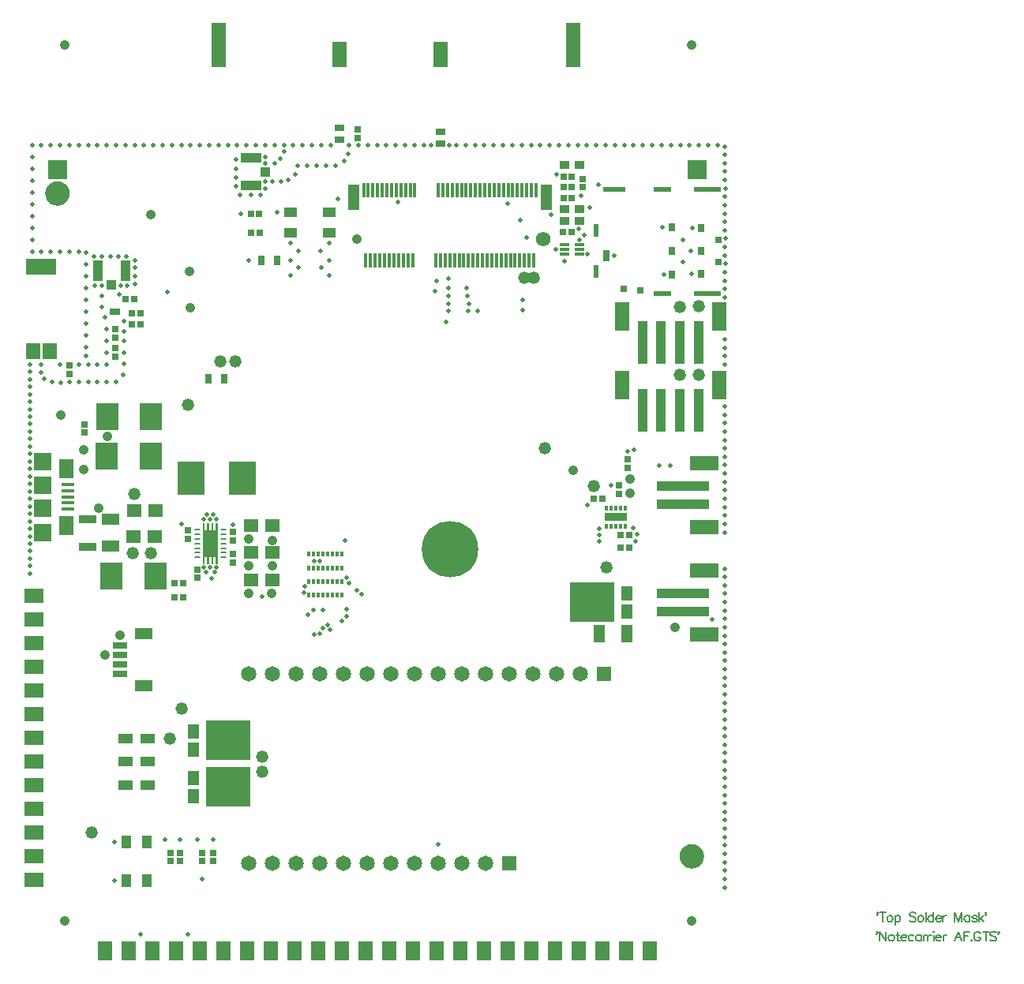
<source format=gts>
G04*
G04 #@! TF.GenerationSoftware,Altium Limited,Altium Designer,20.2.4 (192)*
G04*
G04 Layer_Color=3931*
%FSLAX25Y25*%
%MOIN*%
G70*
G04*
G04 #@! TF.SameCoordinates,7296403A-AE54-4680-90C6-F2F837FCC291*
G04*
G04*
G04 #@! TF.FilePolarity,Negative*
G04*
G01*
G75*
%ADD11C,0.00591*%
G04:AMPARAMS|DCode=17|XSize=9.45mil|YSize=23.62mil|CornerRadius=4.72mil|HoleSize=0mil|Usage=FLASHONLY|Rotation=90.000|XOffset=0mil|YOffset=0mil|HoleType=Round|Shape=RoundedRectangle|*
%AMROUNDEDRECTD17*
21,1,0.00945,0.01417,0,0,90.0*
21,1,0.00000,0.02362,0,0,90.0*
1,1,0.00945,0.00709,0.00000*
1,1,0.00945,0.00709,0.00000*
1,1,0.00945,-0.00709,0.00000*
1,1,0.00945,-0.00709,0.00000*
%
%ADD17ROUNDEDRECTD17*%
%ADD65R,0.04134X0.02559*%
%ADD66R,0.06221X0.11221*%
%ADD67R,0.04334X0.05712*%
%ADD68R,0.02641X0.02641*%
%ADD69R,0.02641X0.02641*%
%ADD70C,0.05598*%
%ADD71R,0.06200X0.05200*%
%ADD72R,0.09255X0.11224*%
%ADD73R,0.11814X0.13979*%
%ADD74R,0.18507X0.16539*%
%ADD75R,0.04728X0.05909*%
%ADD76R,0.04924X0.11027*%
%ADD77R,0.01381X0.06302*%
%ADD78R,0.06499X0.04137*%
%ADD79R,0.07287X0.04924*%
%ADD80R,0.06302X0.02562*%
%ADD81R,0.05712X0.04334*%
%ADD82R,0.02956X0.02956*%
%ADD83R,0.02169X0.05712*%
%ADD84R,0.02956X0.03153*%
%ADD85R,0.07680X0.01972*%
%ADD86R,0.02956X0.03743*%
%ADD87R,0.02759X0.04924*%
%ADD88R,0.09649X0.01972*%
%ADD89R,0.11617X0.01972*%
%ADD90R,0.02562X0.02562*%
%ADD91R,0.04137X0.17917*%
%ADD92R,0.06499X0.12011*%
%ADD93C,0.04137*%
%ADD94R,0.04098X0.01381*%
%ADD95R,0.07680X0.03743*%
%ADD96R,0.04728X0.07287*%
%ADD97R,0.01184X0.02169*%
%ADD98R,0.09649X0.03507*%
%ADD99R,0.04334X0.04137*%
%ADD100R,0.08861X0.04334*%
%ADD101R,0.02956X0.04137*%
%ADD102R,0.01381X0.02169*%
%ADD103R,0.04137X0.03350*%
%ADD104R,0.05909X0.06893*%
%ADD105R,0.12798X0.06893*%
%ADD106R,0.06106X0.18783*%
%ADD107R,0.06106X0.10909*%
%ADD108R,0.12011X0.06499*%
%ADD109R,0.21854X0.04137*%
%ADD110R,0.01184X0.01184*%
%ADD111R,0.05515X0.01775*%
%ADD112R,0.06499X0.08468*%
%ADD113R,0.07680X0.07680*%
%ADD114R,0.07680X0.07287*%
%ADD115R,0.04216X0.02720*%
%ADD116R,0.04334X0.08861*%
%ADD117R,0.04137X0.04334*%
%ADD118R,0.07287X0.04728*%
%ADD119C,0.06499*%
%ADD120R,0.06499X0.06499*%
%ADD121C,0.06200*%
%ADD122R,0.07838X0.07838*%
%ADD123C,0.23822*%
%ADD124R,0.07877X0.06499*%
%ADD125R,0.06499X0.08074*%
%ADD126C,0.01972*%
%ADD127C,0.05200*%
%ADD128C,0.01968*%
G36*
X15962Y329986D02*
X17207Y329471D01*
X18276Y328650D01*
X19097Y327581D01*
X19612Y326336D01*
X19788Y325000D01*
X19612Y323664D01*
X19097Y322419D01*
X18276Y321350D01*
X17207Y320529D01*
X15962Y320014D01*
X14626Y319838D01*
X13290Y320014D01*
X12045Y320529D01*
X10976Y321350D01*
X10155Y322419D01*
X9640Y323664D01*
X9464Y325000D01*
X9640Y326336D01*
X10155Y327581D01*
X10976Y328650D01*
X12045Y329471D01*
X13290Y329986D01*
X14626Y330162D01*
X15962Y329986D01*
D02*
G37*
G36*
X82244Y168504D02*
X81457D01*
Y171555D01*
X80433D01*
Y168504D01*
X79646D01*
Y171555D01*
X78622D01*
Y168504D01*
X77835D01*
Y171555D01*
X76811D01*
Y168504D01*
X76024D01*
Y185827D01*
X76811D01*
Y182776D01*
X77835D01*
Y185827D01*
X78622D01*
Y182776D01*
X79646D01*
Y185827D01*
X80433D01*
Y182776D01*
X81457D01*
Y185827D01*
X82244D01*
Y168504D01*
D02*
G37*
G36*
X283816Y49986D02*
X285061Y49471D01*
X286131Y48650D01*
X286951Y47581D01*
X287467Y46336D01*
X287643Y45000D01*
X287467Y43664D01*
X286951Y42419D01*
X286131Y41350D01*
X285061Y40529D01*
X283816Y40014D01*
X282480Y39838D01*
X281144Y40014D01*
X279899Y40529D01*
X278830Y41350D01*
X278010Y42419D01*
X277494Y43664D01*
X277318Y45000D01*
X277494Y46336D01*
X278010Y47581D01*
X278830Y48650D01*
X279899Y49471D01*
X281144Y49986D01*
X282480Y50162D01*
X283816Y49986D01*
D02*
G37*
D11*
X360817Y20917D02*
X360630Y21104D01*
X360817Y21292D01*
X361005Y21104D01*
Y20729D01*
X360817Y20354D01*
X360630Y20167D01*
X363179Y21292D02*
Y17355D01*
X361867Y21292D02*
X364491D01*
X365897Y19979D02*
X365522Y19792D01*
X365147Y19417D01*
X364960Y18855D01*
Y18480D01*
X365147Y17918D01*
X365522Y17543D01*
X365897Y17355D01*
X366459D01*
X366834Y17543D01*
X367209Y17918D01*
X367396Y18480D01*
Y18855D01*
X367209Y19417D01*
X366834Y19792D01*
X366459Y19979D01*
X365897D01*
X368259D02*
Y16043D01*
Y19417D02*
X368633Y19792D01*
X369008Y19979D01*
X369571D01*
X369946Y19792D01*
X370320Y19417D01*
X370508Y18855D01*
Y18480D01*
X370320Y17918D01*
X369946Y17543D01*
X369571Y17355D01*
X369008D01*
X368633Y17543D01*
X368259Y17918D01*
X377068Y20729D02*
X376693Y21104D01*
X376131Y21292D01*
X375381D01*
X374819Y21104D01*
X374444Y20729D01*
Y20354D01*
X374631Y19979D01*
X374819Y19792D01*
X375194Y19605D01*
X376318Y19230D01*
X376693Y19042D01*
X376881Y18855D01*
X377068Y18480D01*
Y17918D01*
X376693Y17543D01*
X376131Y17355D01*
X375381D01*
X374819Y17543D01*
X374444Y17918D01*
X378886Y19979D02*
X378511Y19792D01*
X378136Y19417D01*
X377949Y18855D01*
Y18480D01*
X378136Y17918D01*
X378511Y17543D01*
X378886Y17355D01*
X379449D01*
X379823Y17543D01*
X380198Y17918D01*
X380386Y18480D01*
Y18855D01*
X380198Y19417D01*
X379823Y19792D01*
X379449Y19979D01*
X378886D01*
X381248Y21292D02*
Y17355D01*
X384322Y21292D02*
Y17355D01*
Y19417D02*
X383947Y19792D01*
X383572Y19979D01*
X383010D01*
X382635Y19792D01*
X382260Y19417D01*
X382073Y18855D01*
Y18480D01*
X382260Y17918D01*
X382635Y17543D01*
X383010Y17355D01*
X383572D01*
X383947Y17543D01*
X384322Y17918D01*
X385371Y18855D02*
X387621D01*
Y19230D01*
X387433Y19605D01*
X387246Y19792D01*
X386871Y19979D01*
X386309D01*
X385934Y19792D01*
X385559Y19417D01*
X385371Y18855D01*
Y18480D01*
X385559Y17918D01*
X385934Y17543D01*
X386309Y17355D01*
X386871D01*
X387246Y17543D01*
X387621Y17918D01*
X388464Y19979D02*
Y17355D01*
Y18855D02*
X388652Y19417D01*
X389026Y19792D01*
X389401Y19979D01*
X389964D01*
X393412Y21292D02*
Y17355D01*
Y21292D02*
X394912Y17355D01*
X396411Y21292D02*
X394912Y17355D01*
X396411Y21292D02*
Y17355D01*
X399785Y19979D02*
Y17355D01*
Y19417D02*
X399411Y19792D01*
X399036Y19979D01*
X398473D01*
X398098Y19792D01*
X397724Y19417D01*
X397536Y18855D01*
Y18480D01*
X397724Y17918D01*
X398098Y17543D01*
X398473Y17355D01*
X399036D01*
X399411Y17543D01*
X399785Y17918D01*
X402897Y19417D02*
X402709Y19792D01*
X402147Y19979D01*
X401585D01*
X401022Y19792D01*
X400835Y19417D01*
X401022Y19042D01*
X401397Y18855D01*
X402334Y18667D01*
X402709Y18480D01*
X402897Y18105D01*
Y17918D01*
X402709Y17543D01*
X402147Y17355D01*
X401585D01*
X401022Y17543D01*
X400835Y17918D01*
X403722Y21292D02*
Y17355D01*
X405596Y19979D02*
X403722Y18105D01*
X404471Y18855D02*
X405783Y17355D01*
X406589Y20917D02*
X406402Y21104D01*
X406589Y21292D01*
X406777Y21104D01*
Y20729D01*
X406589Y20354D01*
X406402Y20167D01*
X360719Y12813D02*
X360531Y13001D01*
X360719Y13188D01*
X360906Y13001D01*
Y12626D01*
X360719Y12251D01*
X360531Y12064D01*
X361769Y13188D02*
Y9252D01*
Y13188D02*
X364393Y9252D01*
Y13188D02*
Y9252D01*
X366417Y11876D02*
X366042Y11689D01*
X365667Y11314D01*
X365480Y10751D01*
Y10377D01*
X365667Y9814D01*
X366042Y9439D01*
X366417Y9252D01*
X366979D01*
X367354Y9439D01*
X367729Y9814D01*
X367916Y10377D01*
Y10751D01*
X367729Y11314D01*
X367354Y11689D01*
X366979Y11876D01*
X366417D01*
X369341Y13188D02*
Y10002D01*
X369529Y9439D01*
X369903Y9252D01*
X370278D01*
X368779Y11876D02*
X370091D01*
X370841Y10751D02*
X373090D01*
Y11126D01*
X372902Y11501D01*
X372715Y11689D01*
X372340Y11876D01*
X371778D01*
X371403Y11689D01*
X371028Y11314D01*
X370841Y10751D01*
Y10377D01*
X371028Y9814D01*
X371403Y9439D01*
X371778Y9252D01*
X372340D01*
X372715Y9439D01*
X373090Y9814D01*
X376182Y11314D02*
X375808Y11689D01*
X375433Y11876D01*
X374870D01*
X374496Y11689D01*
X374121Y11314D01*
X373933Y10751D01*
Y10377D01*
X374121Y9814D01*
X374496Y9439D01*
X374870Y9252D01*
X375433D01*
X375808Y9439D01*
X376182Y9814D01*
X379275Y11876D02*
Y9252D01*
Y11314D02*
X378900Y11689D01*
X378525Y11876D01*
X377963D01*
X377588Y11689D01*
X377213Y11314D01*
X377026Y10751D01*
Y10377D01*
X377213Y9814D01*
X377588Y9439D01*
X377963Y9252D01*
X378525D01*
X378900Y9439D01*
X379275Y9814D01*
X380325Y11876D02*
Y9252D01*
Y10751D02*
X380512Y11314D01*
X380887Y11689D01*
X381262Y11876D01*
X381824D01*
X382180D02*
Y9252D01*
Y10751D02*
X382368Y11314D01*
X382743Y11689D01*
X383118Y11876D01*
X383680D01*
X384411Y13188D02*
X384598Y13001D01*
X384786Y13188D01*
X384598Y13376D01*
X384411Y13188D01*
X384598Y11876D02*
Y9252D01*
X385479Y10751D02*
X387729D01*
Y11126D01*
X387541Y11501D01*
X387354Y11689D01*
X386979Y11876D01*
X386417D01*
X386042Y11689D01*
X385667Y11314D01*
X385479Y10751D01*
Y10377D01*
X385667Y9814D01*
X386042Y9439D01*
X386417Y9252D01*
X386979D01*
X387354Y9439D01*
X387729Y9814D01*
X388572Y11876D02*
Y9252D01*
Y10751D02*
X388759Y11314D01*
X389134Y11689D01*
X389509Y11876D01*
X390072D01*
X396519Y9252D02*
X395020Y13188D01*
X393520Y9252D01*
X394083Y10564D02*
X395957D01*
X397438Y13188D02*
Y9252D01*
Y13188D02*
X399874D01*
X397438Y11314D02*
X398937D01*
X400512Y9627D02*
X400324Y9439D01*
X400512Y9252D01*
X400699Y9439D01*
X400512Y9627D01*
X404373Y12251D02*
X404185Y12626D01*
X403811Y13001D01*
X403436Y13188D01*
X402686D01*
X402311Y13001D01*
X401936Y12626D01*
X401749Y12251D01*
X401561Y11689D01*
Y10751D01*
X401749Y10189D01*
X401936Y9814D01*
X402311Y9439D01*
X402686Y9252D01*
X403436D01*
X403811Y9439D01*
X404185Y9814D01*
X404373Y10189D01*
Y10751D01*
X403436D02*
X404373D01*
X406585Y13188D02*
Y9252D01*
X405273Y13188D02*
X407897D01*
X410989Y12626D02*
X410614Y13001D01*
X410052Y13188D01*
X409302D01*
X408740Y13001D01*
X408365Y12626D01*
Y12251D01*
X408553Y11876D01*
X408740Y11689D01*
X409115Y11501D01*
X410240Y11126D01*
X410614Y10939D01*
X410802Y10751D01*
X410989Y10377D01*
Y9814D01*
X410614Y9439D01*
X410052Y9252D01*
X409302D01*
X408740Y9439D01*
X408365Y9814D01*
X412058Y12813D02*
X411870Y13001D01*
X412058Y13188D01*
X412245Y13001D01*
Y12626D01*
X412058Y12251D01*
X411870Y12064D01*
D17*
X73622Y171260D02*
D03*
Y173228D02*
D03*
Y175197D02*
D03*
Y177165D02*
D03*
Y179134D02*
D03*
Y181102D02*
D03*
Y183071D02*
D03*
X84646D02*
D03*
Y181102D02*
D03*
Y179134D02*
D03*
Y177165D02*
D03*
Y175197D02*
D03*
Y173228D02*
D03*
Y171260D02*
D03*
D65*
X38945Y275043D02*
D03*
D66*
X79134Y177165D02*
D03*
D67*
X43819Y51055D02*
D03*
X52284D02*
D03*
X43819Y34716D02*
D03*
X52284D02*
D03*
D68*
X66387Y46543D02*
D03*
Y43000D02*
D03*
X64173Y160433D02*
D03*
X67716D02*
D03*
X88691Y172756D02*
D03*
Y169213D02*
D03*
X49649Y274253D02*
D03*
X46106D02*
D03*
X38956Y256192D02*
D03*
Y259735D02*
D03*
X141535Y352008D02*
D03*
Y348465D02*
D03*
X256010Y180566D02*
D03*
X252467D02*
D03*
X236315Y327586D02*
D03*
Y331130D02*
D03*
X228314Y323177D02*
D03*
X231857D02*
D03*
X256008Y175368D02*
D03*
X252465D02*
D03*
X80534Y43000D02*
D03*
Y46543D02*
D03*
X88690Y178512D02*
D03*
Y182055D02*
D03*
X69882Y179134D02*
D03*
Y182677D02*
D03*
X96289Y316558D02*
D03*
X99833D02*
D03*
X19698Y248803D02*
D03*
Y252346D02*
D03*
X26032Y227543D02*
D03*
Y224000D02*
D03*
X49649Y269844D02*
D03*
X46106D02*
D03*
D69*
X62371Y43000D02*
D03*
Y46543D02*
D03*
X67716Y154528D02*
D03*
X64173D02*
D03*
X38956Y264145D02*
D03*
Y267688D02*
D03*
X228314Y331996D02*
D03*
X231857D02*
D03*
Y327587D02*
D03*
X228314D02*
D03*
X241166Y196198D02*
D03*
X244710D02*
D03*
X251690Y198090D02*
D03*
Y201633D02*
D03*
X231644Y308795D02*
D03*
X228100D02*
D03*
X75787Y46543D02*
D03*
Y43000D02*
D03*
X100000Y308516D02*
D03*
X96457D02*
D03*
X255228Y209169D02*
D03*
Y212713D02*
D03*
X73622Y166142D02*
D03*
Y162598D02*
D03*
X47047Y280295D02*
D03*
X43504D02*
D03*
D70*
X79134Y177165D02*
D03*
D71*
X96337Y173250D02*
D03*
X105337D02*
D03*
X105335Y184770D02*
D03*
X96335D02*
D03*
X96226Y161846D02*
D03*
X105226D02*
D03*
X55911Y191197D02*
D03*
X46911D02*
D03*
X55714Y180055D02*
D03*
X46714D02*
D03*
D72*
X54031Y213921D02*
D03*
X35528D02*
D03*
X35633Y230773D02*
D03*
X54137D02*
D03*
X37496Y163331D02*
D03*
X56000D02*
D03*
D73*
X92571Y204724D02*
D03*
X71114D02*
D03*
D74*
X240256Y152264D02*
D03*
X86764Y74288D02*
D03*
Y93933D02*
D03*
D75*
X255020Y156142D02*
D03*
Y148386D02*
D03*
X72000Y78166D02*
D03*
Y70410D02*
D03*
Y90055D02*
D03*
Y97811D02*
D03*
D76*
X139560Y323448D02*
D03*
X221056D02*
D03*
D77*
X143891Y326499D02*
D03*
X144875Y296774D02*
D03*
X145859Y326499D02*
D03*
X146844Y296774D02*
D03*
X147828Y326499D02*
D03*
X148812Y296774D02*
D03*
X149796Y326499D02*
D03*
X150781Y296774D02*
D03*
X151765Y326499D02*
D03*
X152749Y296774D02*
D03*
X153734Y326499D02*
D03*
X154718Y296774D02*
D03*
X155702Y326499D02*
D03*
X156686Y296774D02*
D03*
X157670Y326499D02*
D03*
X158655Y296774D02*
D03*
X159639Y326499D02*
D03*
X160623Y296774D02*
D03*
X161608Y326499D02*
D03*
X162592Y296774D02*
D03*
X163576Y326499D02*
D03*
X164560Y296774D02*
D03*
X165544Y326499D02*
D03*
X174403Y296774D02*
D03*
X175387Y326499D02*
D03*
X176371Y296774D02*
D03*
X177356Y326499D02*
D03*
X178340Y296774D02*
D03*
X179324Y326499D02*
D03*
X180308Y296774D02*
D03*
X181292Y326499D02*
D03*
X182277Y296774D02*
D03*
X183261Y326499D02*
D03*
X184245Y296774D02*
D03*
X185230Y326499D02*
D03*
X186214Y296774D02*
D03*
X187198Y326499D02*
D03*
X188182Y296774D02*
D03*
X189166Y326499D02*
D03*
X190151Y296774D02*
D03*
X191135Y326499D02*
D03*
X192119Y296774D02*
D03*
X193104Y326499D02*
D03*
X194088Y296774D02*
D03*
X195072Y326499D02*
D03*
X196056Y296774D02*
D03*
X197041Y326499D02*
D03*
X198025Y296774D02*
D03*
X199009Y326499D02*
D03*
X199993Y296774D02*
D03*
X200978Y326499D02*
D03*
X201962Y296774D02*
D03*
X202946Y326499D02*
D03*
X203930Y296774D02*
D03*
X204915Y326499D02*
D03*
X205899Y296774D02*
D03*
X206883Y326499D02*
D03*
X207867Y296774D02*
D03*
X208852Y326499D02*
D03*
X209836Y296774D02*
D03*
X210820Y326499D02*
D03*
X211804Y296774D02*
D03*
X212789Y326499D02*
D03*
X213773Y296774D02*
D03*
X214757Y326499D02*
D03*
X215741Y296774D02*
D03*
X216726Y326499D02*
D03*
D78*
X43276Y85000D02*
D03*
X52724Y94842D02*
D03*
Y75157D02*
D03*
X43276D02*
D03*
Y94842D02*
D03*
X52724Y85000D02*
D03*
D79*
X51032Y116992D02*
D03*
Y139039D02*
D03*
D80*
X41091Y122110D02*
D03*
Y126047D02*
D03*
Y129984D02*
D03*
Y133921D02*
D03*
D81*
X129528Y316981D02*
D03*
Y308516D02*
D03*
X113189Y316981D02*
D03*
Y308516D02*
D03*
D82*
X260827Y283913D02*
D03*
D83*
X242126Y292063D02*
D03*
Y309386D02*
D03*
D84*
X253740Y284602D02*
D03*
D85*
X270079Y282634D02*
D03*
Y326630D02*
D03*
D86*
X273937Y290724D02*
D03*
X286417Y291118D02*
D03*
Y300724D02*
D03*
X273937D02*
D03*
Y310724D02*
D03*
X286417Y310331D02*
D03*
D87*
X246358Y298559D02*
D03*
D88*
X249803Y326630D02*
D03*
D89*
X289173Y282634D02*
D03*
Y326630D02*
D03*
D90*
X293701Y295921D02*
D03*
Y305528D02*
D03*
D91*
X261614Y233284D02*
D03*
X269488D02*
D03*
X277362D02*
D03*
X285236D02*
D03*
X285236Y262192D02*
D03*
X277362D02*
D03*
X269488D02*
D03*
X261614D02*
D03*
D92*
X252953Y244111D02*
D03*
X293898D02*
D03*
X293898Y273019D02*
D03*
X252953D02*
D03*
D93*
X282480Y45000D02*
D03*
X14626Y325000D02*
D03*
X140938Y305731D02*
D03*
X17717Y387795D02*
D03*
X282480D02*
D03*
Y17717D02*
D03*
X17717D02*
D03*
X95351Y155948D02*
D03*
X32173Y192183D02*
D03*
X70499Y292121D02*
D03*
X70687Y276640D02*
D03*
X105127Y155948D02*
D03*
X105315Y167704D02*
D03*
Y178493D02*
D03*
X95351Y179134D02*
D03*
X35633Y222399D02*
D03*
X95351Y167704D02*
D03*
X41064Y138514D02*
D03*
X256496Y204528D02*
D03*
X256398Y198228D02*
D03*
X34626Y129984D02*
D03*
X275236Y141732D02*
D03*
X25648Y216572D02*
D03*
Y208357D02*
D03*
X232283Y208032D02*
D03*
X16142Y231496D02*
D03*
X53937Y316142D02*
D03*
D94*
X235026Y303283D02*
D03*
Y299346D02*
D03*
Y301315D02*
D03*
X228688Y303283D02*
D03*
Y301315D02*
D03*
Y299346D02*
D03*
D95*
X27306Y187457D02*
D03*
Y175646D02*
D03*
D96*
X243504Y138976D02*
D03*
X254921D02*
D03*
D97*
X254370Y184543D02*
D03*
Y192024D02*
D03*
X252401Y184543D02*
D03*
Y192024D02*
D03*
X250433Y184543D02*
D03*
Y192024D02*
D03*
X248464Y184543D02*
D03*
Y192024D02*
D03*
X246496Y184543D02*
D03*
Y192024D02*
D03*
D98*
X250433Y188284D02*
D03*
D99*
X102293Y334087D02*
D03*
D100*
X96289Y328279D02*
D03*
Y339894D02*
D03*
D101*
X100591Y296873D02*
D03*
X107283D02*
D03*
X85074Y246858D02*
D03*
X78381D02*
D03*
D102*
X120876Y161144D02*
D03*
X124813D02*
D03*
X122845D02*
D03*
X128750D02*
D03*
X126782D02*
D03*
X134656D02*
D03*
X130719D02*
D03*
X132687D02*
D03*
X122845Y155239D02*
D03*
X120876D02*
D03*
X124813D02*
D03*
X126782D02*
D03*
X130719D02*
D03*
X128750D02*
D03*
X132687D02*
D03*
X134656D02*
D03*
Y172571D02*
D03*
X130719D02*
D03*
X132687D02*
D03*
X128750D02*
D03*
X132687Y166665D02*
D03*
X134656D02*
D03*
X130719D02*
D03*
X128750D02*
D03*
X126782Y172571D02*
D03*
X124813D02*
D03*
X122845D02*
D03*
X120876D02*
D03*
X126782Y166665D02*
D03*
X124813D02*
D03*
X122845D02*
D03*
X120876D02*
D03*
D103*
X228708Y318466D02*
D03*
X235007D02*
D03*
Y313348D02*
D03*
X228708D02*
D03*
X235150Y337063D02*
D03*
X228850D02*
D03*
D104*
X11319Y258268D02*
D03*
X4429D02*
D03*
D105*
X7874Y294095D02*
D03*
D106*
X82677Y387638D02*
D03*
X232283D02*
D03*
D107*
X176378Y383701D02*
D03*
X133858D02*
D03*
D108*
X287598Y184209D02*
D03*
Y210980D02*
D03*
Y138791D02*
D03*
Y165562D02*
D03*
D109*
X278740Y193658D02*
D03*
Y201532D02*
D03*
Y148240D02*
D03*
Y156114D02*
D03*
D110*
X40520Y275830D02*
D03*
Y274255D02*
D03*
X38945D02*
D03*
X37370Y275830D02*
D03*
X38945D02*
D03*
X37370Y274255D02*
D03*
D111*
X18996Y201969D02*
D03*
Y199409D02*
D03*
Y194291D02*
D03*
Y196850D02*
D03*
Y191732D02*
D03*
D112*
X18504Y208858D02*
D03*
Y184843D02*
D03*
D113*
X8465Y201575D02*
D03*
Y192126D02*
D03*
D114*
Y211811D02*
D03*
Y181890D02*
D03*
D115*
X176378Y346063D02*
D03*
Y351102D02*
D03*
X133858Y347716D02*
D03*
Y352756D02*
D03*
D116*
X43246Y292313D02*
D03*
X31632D02*
D03*
D117*
X37439Y286309D02*
D03*
D118*
X37000Y187378D02*
D03*
Y175961D02*
D03*
D119*
X165236Y122000D02*
D03*
X175236D02*
D03*
X185236D02*
D03*
X195236D02*
D03*
X205236D02*
D03*
X215236D02*
D03*
X225236D02*
D03*
X235236D02*
D03*
X155236D02*
D03*
X145236D02*
D03*
X135236D02*
D03*
X125236D02*
D03*
X115236D02*
D03*
X105236D02*
D03*
X95236D02*
D03*
Y42000D02*
D03*
X105236D02*
D03*
X115236D02*
D03*
X195236D02*
D03*
X185236D02*
D03*
X175236D02*
D03*
X165236D02*
D03*
X155236D02*
D03*
X145236D02*
D03*
X135236D02*
D03*
X125236D02*
D03*
D120*
X245236Y122000D02*
D03*
X205236Y42000D02*
D03*
D121*
X219678Y305731D02*
D03*
D122*
X284626Y335000D02*
D03*
X14626D02*
D03*
D123*
X180308Y174826D02*
D03*
D124*
X4626Y145000D02*
D03*
Y155000D02*
D03*
Y135000D02*
D03*
Y75000D02*
D03*
Y65000D02*
D03*
Y35000D02*
D03*
Y45000D02*
D03*
Y55000D02*
D03*
Y125000D02*
D03*
Y115000D02*
D03*
Y95000D02*
D03*
Y85000D02*
D03*
Y105000D02*
D03*
D125*
X264626Y5000D02*
D03*
X254626D02*
D03*
X244626D02*
D03*
X234626D02*
D03*
X224626D02*
D03*
X144626D02*
D03*
X154626D02*
D03*
X164626D02*
D03*
X174626D02*
D03*
X184626D02*
D03*
X194626D02*
D03*
X204626D02*
D03*
X214626D02*
D03*
X64626D02*
D03*
X54626D02*
D03*
X34626D02*
D03*
X44626D02*
D03*
X134626D02*
D03*
X104626D02*
D03*
X94626D02*
D03*
X84626D02*
D03*
X74626D02*
D03*
X114626D02*
D03*
X124626D02*
D03*
D126*
X122845Y149113D02*
D03*
X248464Y201633D02*
D03*
X296260Y35433D02*
D03*
Y31890D02*
D03*
Y42520D02*
D03*
Y49606D02*
D03*
Y46063D02*
D03*
Y113386D02*
D03*
Y120472D02*
D03*
Y116929D02*
D03*
X75787Y35433D02*
D03*
X175236Y50197D02*
D03*
X73583Y52165D02*
D03*
X38803Y50937D02*
D03*
X100963Y154797D02*
D03*
X140945Y157404D02*
D03*
X137702Y160450D02*
D03*
X134656Y144542D02*
D03*
X119112Y158969D02*
D03*
X136821Y149470D02*
D03*
X122942Y169615D02*
D03*
X129823Y140639D02*
D03*
X66929Y185335D02*
D03*
X259274Y181008D02*
D03*
X132924Y322632D02*
D03*
X79646Y162441D02*
D03*
X88651Y185078D02*
D03*
X81123Y164957D02*
D03*
X77294D02*
D03*
X81850Y187270D02*
D03*
X77836Y189349D02*
D03*
X80433Y189370D02*
D03*
X79134Y187270D02*
D03*
X76417Y187346D02*
D03*
X81850Y167215D02*
D03*
X79134D02*
D03*
X76417D02*
D03*
X122937Y138685D02*
D03*
X120324Y147222D02*
D03*
X125347Y139063D02*
D03*
X268701Y210000D02*
D03*
X118587Y156377D02*
D03*
X126585Y141279D02*
D03*
X128657Y142845D02*
D03*
X136034Y178493D02*
D03*
X126585Y149113D02*
D03*
X136821Y146372D02*
D03*
X125408Y169588D02*
D03*
X258032Y216636D02*
D03*
X69665Y12000D02*
D03*
X49649D02*
D03*
X273491Y210000D02*
D03*
X296260Y81496D02*
D03*
Y85039D02*
D03*
Y77953D02*
D03*
X3179Y186502D02*
D03*
Y189651D02*
D03*
Y195950D02*
D03*
Y170754D02*
D03*
Y173903D02*
D03*
Y177053D02*
D03*
Y180202D02*
D03*
Y183352D02*
D03*
X3164Y205455D02*
D03*
Y208605D02*
D03*
Y211755D02*
D03*
Y214904D02*
D03*
Y192857D02*
D03*
Y199156D02*
D03*
Y202306D02*
D03*
X3179Y164454D02*
D03*
Y167604D02*
D03*
X60166Y52165D02*
D03*
X38803Y34835D02*
D03*
X293307Y345295D02*
D03*
X285433D02*
D03*
X281496D02*
D03*
X277559D02*
D03*
X273622D02*
D03*
X289370D02*
D03*
X253937D02*
D03*
X250000D02*
D03*
X246063D02*
D03*
X242126D02*
D03*
X269685D02*
D03*
X265748D02*
D03*
X261811D02*
D03*
X257874D02*
D03*
X296260Y334252D02*
D03*
Y341338D02*
D03*
Y337795D02*
D03*
Y344882D02*
D03*
Y284646D02*
D03*
Y291732D02*
D03*
Y288189D02*
D03*
Y298819D02*
D03*
X296654Y305906D02*
D03*
Y295276D02*
D03*
X296260Y302362D02*
D03*
Y312992D02*
D03*
Y309449D02*
D03*
X296654Y327165D02*
D03*
X296260Y330709D02*
D03*
Y320079D02*
D03*
Y323622D02*
D03*
Y316535D02*
D03*
Y235039D02*
D03*
Y256299D02*
D03*
Y252756D02*
D03*
Y263386D02*
D03*
Y259842D02*
D03*
Y281102D02*
D03*
X238481Y299393D02*
D03*
X270592Y290724D02*
D03*
X278582Y295921D02*
D03*
X237140Y307467D02*
D03*
X270087Y310763D02*
D03*
X278633Y305532D02*
D03*
X282574Y310331D02*
D03*
X282328Y291118D02*
D03*
X249639Y298559D02*
D03*
X282172Y300724D02*
D03*
X129528Y303982D02*
D03*
X113189D02*
D03*
X125880Y300810D02*
D03*
X204697Y320854D02*
D03*
X210132Y313866D02*
D03*
X143096Y155750D02*
D03*
X187799Y281681D02*
D03*
X179715Y288914D02*
D03*
X174838Y288209D02*
D03*
X136872Y162852D02*
D03*
X7874Y345295D02*
D03*
X3937D02*
D03*
X3937Y340295D02*
D03*
X258576Y177996D02*
D03*
X225015Y301346D02*
D03*
X296260Y217323D02*
D03*
Y224409D02*
D03*
Y220866D02*
D03*
Y231496D02*
D03*
Y227953D02*
D03*
Y38976D02*
D03*
Y56693D02*
D03*
Y53150D02*
D03*
Y63779D02*
D03*
Y67323D02*
D03*
Y60236D02*
D03*
Y74409D02*
D03*
Y70866D02*
D03*
Y88583D02*
D03*
Y95669D02*
D03*
Y99213D02*
D03*
Y92126D02*
D03*
Y106299D02*
D03*
Y102756D02*
D03*
Y109843D02*
D03*
Y127559D02*
D03*
Y131102D02*
D03*
Y124016D02*
D03*
X255228Y216059D02*
D03*
X80534Y52137D02*
D03*
X116431Y300810D02*
D03*
X116535Y293723D02*
D03*
X125984D02*
D03*
X239365Y319056D02*
D03*
X234572Y310189D02*
D03*
X178682Y270669D02*
D03*
X211174Y275590D02*
D03*
X192119Y275319D02*
D03*
X174059Y283689D02*
D03*
X188159Y275343D02*
D03*
X211174Y280213D02*
D03*
X179678Y285188D02*
D03*
X179718Y281633D02*
D03*
Y278469D02*
D03*
Y275319D02*
D03*
X188245Y278469D02*
D03*
X187238Y285188D02*
D03*
X235579Y324115D02*
D03*
X228784Y296260D02*
D03*
X107510Y316981D02*
D03*
X129277Y290354D02*
D03*
X113189D02*
D03*
X129277Y296873D02*
D03*
X113189Y296873D02*
D03*
X91959Y316558D02*
D03*
X66387Y52165D02*
D03*
X61024Y283455D02*
D03*
X235204Y305449D02*
D03*
X225434Y333106D02*
D03*
X95272Y296873D02*
D03*
X234252Y345295D02*
D03*
X180118D02*
D03*
X129921D02*
D03*
X82677D02*
D03*
X78740D02*
D03*
X296260Y210236D02*
D03*
Y213779D02*
D03*
Y203150D02*
D03*
Y196063D02*
D03*
Y155905D02*
D03*
Y162992D02*
D03*
X291071Y145176D02*
D03*
X243504Y180709D02*
D03*
X296260Y206693D02*
D03*
Y199606D02*
D03*
Y188976D02*
D03*
Y192520D02*
D03*
Y181890D02*
D03*
Y185433D02*
D03*
Y166535D02*
D03*
Y159449D02*
D03*
Y148819D02*
D03*
Y152362D02*
D03*
Y141732D02*
D03*
Y145276D02*
D03*
Y134646D02*
D03*
Y138189D02*
D03*
X257577Y183739D02*
D03*
X238386Y193307D02*
D03*
X243504Y183465D02*
D03*
Y177953D02*
D03*
X206693Y345295D02*
D03*
X210630D02*
D03*
X212813Y306453D02*
D03*
X214567Y345295D02*
D03*
X218504D02*
D03*
X222973Y316072D02*
D03*
X222441Y345295D02*
D03*
X226378D02*
D03*
X230315D02*
D03*
X238189D02*
D03*
X243110Y328760D02*
D03*
X3135Y252812D02*
D03*
X3150Y237008D02*
D03*
Y233858D02*
D03*
Y230709D02*
D03*
Y227559D02*
D03*
Y224409D02*
D03*
Y221260D02*
D03*
Y218110D02*
D03*
Y249606D02*
D03*
Y246457D02*
D03*
Y243307D02*
D03*
Y240158D02*
D03*
X3937Y335295D02*
D03*
Y330295D02*
D03*
Y325295D02*
D03*
Y320295D02*
D03*
Y315295D02*
D03*
Y310295D02*
D03*
Y305295D02*
D03*
Y300295D02*
D03*
X7777Y249458D02*
D03*
X7874Y300295D02*
D03*
Y252795D02*
D03*
X9213Y246740D02*
D03*
X11811Y345295D02*
D03*
Y300295D02*
D03*
X12308Y245281D02*
D03*
X15748Y345295D02*
D03*
Y300295D02*
D03*
Y252795D02*
D03*
X15976Y245126D02*
D03*
X19685Y345295D02*
D03*
Y300295D02*
D03*
Y245295D02*
D03*
X23622Y345295D02*
D03*
Y300295D02*
D03*
Y252795D02*
D03*
Y245295D02*
D03*
X26852Y300207D02*
D03*
Y295207D02*
D03*
Y290207D02*
D03*
Y285207D02*
D03*
Y280207D02*
D03*
Y275207D02*
D03*
Y270207D02*
D03*
Y265207D02*
D03*
Y260207D02*
D03*
X26861Y256243D02*
D03*
X27559Y345295D02*
D03*
Y252795D02*
D03*
Y245295D02*
D03*
X29921Y298425D02*
D03*
X30315Y286221D02*
D03*
X31496Y345295D02*
D03*
Y252795D02*
D03*
Y245295D02*
D03*
X33282Y286170D02*
D03*
Y281616D02*
D03*
X33465Y298425D02*
D03*
X33548Y277152D02*
D03*
X34874Y272688D02*
D03*
X35433Y345295D02*
D03*
Y267795D02*
D03*
Y262795D02*
D03*
Y257795D02*
D03*
Y252795D02*
D03*
Y245295D02*
D03*
X37008Y298425D02*
D03*
X39370Y345295D02*
D03*
Y245295D02*
D03*
X40551Y298425D02*
D03*
X40806Y282302D02*
D03*
X41460Y286170D02*
D03*
X42298Y248397D02*
D03*
X42608Y270985D02*
D03*
Y266764D02*
D03*
X42652Y262742D02*
D03*
X42718Y257857D02*
D03*
X42785Y253061D02*
D03*
X43307Y345295D02*
D03*
X43701Y298425D02*
D03*
X44094Y286221D02*
D03*
X47230Y286656D02*
D03*
X47244Y345295D02*
D03*
Y296850D02*
D03*
Y293701D02*
D03*
Y290158D02*
D03*
X51181Y345295D02*
D03*
X55118D02*
D03*
X59055D02*
D03*
X62992D02*
D03*
X66929D02*
D03*
X70866D02*
D03*
X74803D02*
D03*
X86614D02*
D03*
X90158Y339370D02*
D03*
Y335433D02*
D03*
Y331890D02*
D03*
Y327953D02*
D03*
X91732Y324409D02*
D03*
X90551Y345295D02*
D03*
X94488D02*
D03*
X96457Y324409D02*
D03*
X98425Y345295D02*
D03*
X100394Y324409D02*
D03*
X102299Y330105D02*
D03*
X102362Y340551D02*
D03*
Y337795D02*
D03*
Y327165D02*
D03*
X102362Y345295D02*
D03*
X105548Y330017D02*
D03*
X106299Y337795D02*
D03*
X106299Y345295D02*
D03*
X108885Y339697D02*
D03*
X108952Y330194D02*
D03*
X110236Y342795D02*
D03*
Y345295D02*
D03*
X112205Y330709D02*
D03*
X115117Y333133D02*
D03*
X114173Y345295D02*
D03*
X116142Y336614D02*
D03*
X118110Y345295D02*
D03*
X120079Y336614D02*
D03*
X122047Y345295D02*
D03*
X124016Y336614D02*
D03*
X125984Y345295D02*
D03*
X127953Y336614D02*
D03*
X131890D02*
D03*
X135827Y338583D02*
D03*
X137462Y341731D02*
D03*
X137795Y345295D02*
D03*
X141732D02*
D03*
X145669D02*
D03*
X149606D02*
D03*
X153543D02*
D03*
X157480D02*
D03*
X158299Y321391D02*
D03*
X161417Y345295D02*
D03*
X165354D02*
D03*
X169291D02*
D03*
X172483Y345331D02*
D03*
X183071Y345295D02*
D03*
X187008D02*
D03*
X190945D02*
D03*
X194882D02*
D03*
X198819D02*
D03*
X202756D02*
D03*
D127*
X62008Y94842D02*
D03*
X66929Y107283D02*
D03*
X69663Y235694D02*
D03*
X54171Y173223D02*
D03*
X46262Y173182D02*
D03*
X285236Y248235D02*
D03*
X277362D02*
D03*
Y277143D02*
D03*
X28952Y54968D02*
D03*
X285236Y277362D02*
D03*
X240969Y201396D02*
D03*
X220472Y217520D02*
D03*
X101047Y80709D02*
D03*
Y87083D02*
D03*
X89804Y253937D02*
D03*
X83499D02*
D03*
X211804Y289370D02*
D03*
X215741D02*
D03*
X46970Y198054D02*
D03*
X246496Y167000D02*
D03*
D128*
X81102Y181102D02*
D03*
Y179134D02*
D03*
Y177165D02*
D03*
Y175197D02*
D03*
Y173228D02*
D03*
X79134Y179134D02*
D03*
Y181102D02*
D03*
X77165Y175197D02*
D03*
Y173228D02*
D03*
X79134Y177165D02*
D03*
Y175197D02*
D03*
Y173228D02*
D03*
X77165Y181102D02*
D03*
Y179134D02*
D03*
Y177165D02*
D03*
M02*

</source>
